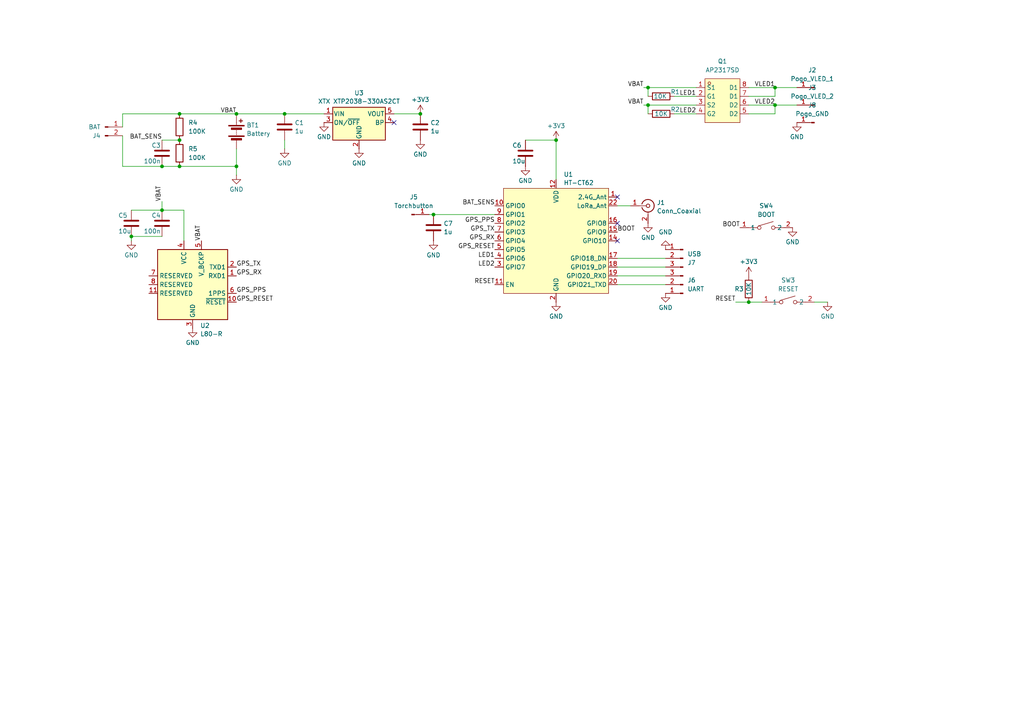
<source format=kicad_sch>
(kicad_sch (version 20250114) (generator "eeschema") (generator_version "9.0")
  (paper "A4")
  (lib_symbols
    (symbol "Connector:Conn_01x01_Pin" (pin_names (offset 1.016) (hide yes))
      (property "Reference" "J" (at 0 2.54 0))
      (property "Value" "Conn_01x01_Pin" (at 0 -2.54 0))
      (symbol "Conn_01x01_Pin_1_1"
        (rectangle (start 0.8636 0.127) (end 0 -0.127) (stroke (width 0.1524)) (fill (type outline)))
        (polyline (pts (xy 1.27 0) (xy 0.8636 0)) (stroke (width 0.1524)))
        (pin passive line (at 5.08 0 180) (length 3.81) (name "Pin_1") (number "1"))
      )
    )
    (symbol "Connector:Conn_01x02_Pin" (pin_names (offset 1.016) (hide yes))
      (property "Reference" "J" (at 0 2.54 0))
      (property "Value" "Conn_01x02_Pin" (at 0 -5.08 0))
      (symbol "Conn_01x02_Pin_1_1"
        (rectangle (start 0.8636 0.127) (end 0 -0.127) (stroke (width 0.1524)) (fill (type outline)))
        (rectangle (start 0.8636 -2.413) (end 0 -2.667) (stroke (width 0.1524)) (fill (type outline)))
        (polyline (pts (xy 1.27 0) (xy 0.8636 0)) (stroke (width 0.1524)))
        (polyline (pts (xy 1.27 -2.54) (xy 0.8636 -2.54)) (stroke (width 0.1524)))
        (pin passive line (at 5.08 0 180) (length 3.81) (name "Pin_1") (number "1"))
        (pin passive line (at 5.08 -2.54 180) (length 3.81) (name "Pin_2") (number "2"))
      )
    )
    (symbol "Connector:Conn_01x03_Pin" (pin_names (offset 1.016) (hide yes))
      (property "Reference" "J" (at 0 5.08 0))
      (property "Value" "Conn_01x03_Pin" (at 0 -5.08 0))
      (symbol "Conn_01x03_Pin_1_1"
        (rectangle (start 0.8636 2.667) (end 0 2.413) (stroke (width 0.1524)) (fill (type outline)))
        (rectangle (start 0.8636 0.127) (end 0 -0.127) (stroke (width 0.1524)) (fill (type outline)))
        (rectangle (start 0.8636 -2.413) (end 0 -2.667) (stroke (width 0.1524)) (fill (type outline)))
        (polyline (pts (xy 1.27 2.54) (xy 0.8636 2.54)) (stroke (width 0.1524)))
        (polyline (pts (xy 1.27 0) (xy 0.8636 0)) (stroke (width 0.1524)))
        (polyline (pts (xy 1.27 -2.54) (xy 0.8636 -2.54)) (stroke (width 0.1524)))
        (pin passive line (at 5.08 2.54 180) (length 3.81) (name "Pin_1") (number "1"))
        (pin passive line (at 5.08 0 180) (length 3.81) (name "Pin_2") (number "2"))
        (pin passive line (at 5.08 -2.54 180) (length 3.81) (name "Pin_3") (number "3"))
      )
    )
    (symbol "Connector:Conn_Coaxial" (pin_names (offset 1.016) (hide yes))
      (property "Reference" "J" (at 0.254 3.048 0))
      (property "Value" "Conn_Coaxial" (at 2.921 0 90))
      (symbol "Conn_Coaxial_0_1"
        (polyline (pts (xy -2.54 0) (xy -0.508 0)))
        (arc (start 1.778 0) (mid 0.222 -1.8079) (end -1.778 -0.508) (stroke (width 0.254)))
        (arc (start -1.778 0.508) (mid 0.2221 1.8084) (end 1.778 0) (stroke (width 0.254)))
        (circle (center 0 0) (radius 0.508) (stroke (width 0.2032)))
        (polyline (pts (xy 0 -2.54) (xy 0 -1.778)))
      )
      (symbol "Conn_Coaxial_1_1"
        (pin passive line (at -5.08 0 0) (length 2.54) (name "In") (number "1"))
        (pin passive line (at 0 -5.08 90) (length 2.54) (name "Ext") (number "2"))
      )
    )
    (symbol "Device:Battery" (pin_numbers (hide yes)) (pin_names (offset 0) (hide yes))
      (property "Reference" "BT" (at 2.54 2.54 0))
      (property "Value" "Battery" (at 2.54 0 0))
      (symbol "Battery_0_1"
        (rectangle (start -2.286 1.778) (end 2.286 1.524) (fill (type outline)))
        (rectangle (start -2.286 -1.27) (end 2.286 -1.524) (fill (type outline)))
        (rectangle (start -1.524 1.016) (end 1.524 0.508) (fill (type outline)))
        (rectangle (start -1.524 -2.032) (end 1.524 -2.54) (fill (type outline)))
        (polyline (pts (xy 0 1.778) (xy 0 2.54)))
        (polyline (pts (xy 0 0) (xy 0 0.254)))
        (polyline (pts (xy 0 -0.508) (xy 0 -0.254)))
        (polyline (pts (xy 0 -1.016) (xy 0 -0.762)))
        (polyline (pts (xy 0.762 3.048) (xy 1.778 3.048)) (stroke (width 0.254)))
        (polyline (pts (xy 1.27 3.556) (xy 1.27 2.54)) (stroke (width 0.254)))
      )
      (symbol "Battery_1_1"
        (pin passive line (at 0 5.08 270) (length 2.54) (name "+") (number "1"))
        (pin passive line (at 0 -5.08 90) (length 2.54) (name "-") (number "2"))
      )
    )
    (symbol "Device:C" (pin_numbers (hide yes)) (pin_names (offset 0.254))
      (property "Reference" "C" (at 0.635 2.54 0))
      (property "Value" "C" (at 0.635 -2.54 0))
      (symbol "C_0_1"
        (polyline (pts (xy -2.032 0.762) (xy 2.032 0.762)) (stroke (width 0.508)))
        (polyline (pts (xy -2.032 -0.762) (xy 2.032 -0.762)) (stroke (width 0.508)))
      )
      (symbol "C_1_1"
        (pin passive line (at 0 3.81 270) (length 2.794) (name "~") (number "1"))
        (pin passive line (at 0 -3.81 90) (length 2.794) (name "~") (number "2"))
      )
    )
    (symbol "Device:R" (pin_numbers (hide yes)) (pin_names (offset 0))
      (property "Reference" "R" (at 2.032 0 90))
      (property "Value" "R" (at 0 0 90))
      (symbol "R_0_1"
        (rectangle (start -1.016 -2.54) (end 1.016 2.54) (stroke (width 0.254)))
      )
      (symbol "R_1_1"
        (pin passive line (at 0 3.81 270) (length 1.27) (name "~") (number "1"))
        (pin passive line (at 0 -3.81 90) (length 1.27) (name "~") (number "2"))
      )
    )
    (symbol "EasyEDA:AP2317SD"
      (property "Reference" "Q" (at 0 8.89 0))
      (property "Value" "AP2317SD" (at 0 -8.89 0))
      (symbol "AP2317SD_0_1"
        (rectangle (start -5.08 6.35) (end 5.08 -6.35) (fill (type background)))
        (circle (center -3.81 5.08) (radius 0.38))
        (pin unspecified line (at -7.62 3.81 0) (length 2.54) (name "S1") (number "1"))
        (pin unspecified line (at -7.62 1.27 0) (length 2.54) (name "G1") (number "2"))
        (pin unspecified line (at -7.62 -1.27 0) (length 2.54) (name "S2") (number "3"))
        (pin unspecified line (at -7.62 -3.81 0) (length 2.54) (name "G2") (number "4"))
        (pin unspecified line (at 7.62 3.81 180) (length 2.54) (name "D1") (number "8"))
        (pin unspecified line (at 7.62 1.27 180) (length 2.54) (name "D1") (number "7"))
        (pin unspecified line (at 7.62 -1.27 180) (length 2.54) (name "D2") (number "6"))
        (pin unspecified line (at 7.62 -3.81 180) (length 2.54) (name "D2") (number "5"))
      )
    )
    (symbol "EasyEDA:TS-1088-AR02016"
      (property "Reference" "SW" (at 0 5.08 0))
      (property "Value" "TS-1088-AR02016" (at 0 -5.08 0))
      (symbol "TS-1088-AR02016_0_1"
        (polyline (pts (xy -5.08 0) (xy -2.54 0)))
        (polyline (pts (xy -2.29 0.51) (xy 2.03 1.78)))
        (circle (center -2.03 0) (radius 0.51))
        (circle (center 2.03 0) (radius 0.51))
        (polyline (pts (xy 5.08 0) (xy 2.54 0)))
        (pin unspecified line (at -7.62 0 0) (length 2.54) (name "1") (number "1"))
        (pin unspecified line (at 7.62 0 180) (length 2.54) (name "2") (number "2"))
      )
    )
    (symbol "RF_GPS:L80-R"
      (property "Reference" "U" (at -10.16 11.43 0))
      (property "Value" "L80-R" (at 10.16 11.43 0))
      (symbol "L80-R_0_1"
        (rectangle (start -10.16 10.16) (end 10.16 -10.16) (stroke (width 0.254)) (fill (type background)))
      )
      (symbol "L80-R_1_1"
        (pin passive line (at -12.7 2.54 0) (length 2.54) (name "RESERVED") (number "7"))
        (pin passive line (at -12.7 0 0) (length 2.54) (name "RESERVED") (number "8"))
        (pin passive line (at -12.7 -2.54 0) (length 2.54) (name "RESERVED") (number "11"))
        (pin power_in line (at -2.54 12.7 270) (length 2.54) (name "VCC") (number "4"))
        (pin passive line (at 0 -12.7 90) (length 2.54) (hide yes) (name "GND") (number "12"))
        (pin power_in line (at 0 -12.7 90) (length 2.54) (name "GND") (number "3"))
        (pin power_in line (at 2.54 12.7 270) (length 2.54) (name "V_BCKP") (number "5"))
        (pin no_connect line (at 10.16 0 180) (length 2.54) (hide yes) (name "NC") (number "9"))
        (pin output line (at 12.7 5.08 180) (length 2.54) (name "TXD1") (number "2"))
        (pin input line (at 12.7 2.54 180) (length 2.54) (name "RXD1") (number "1"))
        (pin output line (at 12.7 -2.54 180) (length 2.54) (name "1PPS") (number "6"))
        (pin input line (at 12.7 -5.08 180) (length 2.54) (name "~{RESET}") (number "10"))
      )
    )
    (symbol "RF_Module:HT-CT62"
      (property "Reference" "U" (at 0 0 0))
      (property "Value" "HT-CT62" (at 10.16 17.78 0))
      (symbol "HT-CT62_1_1"
        (rectangle (start -15.24 15.24) (end 15.24 -15.24) (fill (type background)))
        (pin bidirectional line (at -17.78 10.16 0) (length 2.54) (name "GPIO0") (number "10"))
        (pin bidirectional line (at -17.78 7.62 0) (length 2.54) (name "GPIO1") (number "9"))
        (pin bidirectional line (at -17.78 5.08 0) (length 2.54) (name "GPIO2") (number "8"))
        (pin bidirectional line (at -17.78 2.54 0) (length 2.54) (name "GPIO3") (number "7"))
        (pin bidirectional line (at -17.78 0 0) (length 2.54) (name "GPIO4") (number "6"))
        (pin bidirectional line (at -17.78 -2.54 0) (length 2.54) (name "GPIO5") (number "5"))
        (pin bidirectional line (at -17.78 -5.08 0) (length 2.54) (name "GPIO6") (number "4"))
        (pin bidirectional line (at -17.78 -7.62 0) (length 2.54) (name "GPIO7") (number "3"))
        (pin input line (at -17.78 -12.7 0) (length 2.54) (name "EN") (number "11"))
        (pin power_in line (at 0 17.78 270) (length 2.54) (name "VDD") (number "12"))
        (pin passive line (at 0 -17.78 90) (length 2.54) (hide yes) (name "GND") (number "13"))
        (pin power_in line (at 0 -17.78 90) (length 2.54) (name "GND") (number "2"))
        (pin passive line (at 0 -17.78 90) (length 2.54) (hide yes) (name "GND") (number "21"))
        (pin bidirectional line (at 17.78 12.7 180) (length 2.54) (name "2.4G_Ant") (number "1"))
        (pin bidirectional line (at 17.78 10.16 180) (length 2.54) (name "LoRa_Ant") (number "22"))
        (pin bidirectional line (at 17.78 5.08 180) (length 2.54) (name "GPIO8") (number "16"))
        (pin bidirectional line (at 17.78 2.54 180) (length 2.54) (name "GPIO9") (number "15"))
        (pin bidirectional line (at 17.78 0 180) (length 2.54) (name "GPIO10") (number "14"))
        (pin bidirectional line (at 17.78 -5.08 180) (length 2.54) (name "GPIO18_DN") (number "17"))
        (pin bidirectional line (at 17.78 -7.62 180) (length 2.54) (name "GPIO19_DP") (number "18"))
        (pin bidirectional line (at 17.78 -10.16 180) (length 2.54) (name "GPIO20_RXD") (number "19"))
        (pin bidirectional line (at 17.78 -12.7 180) (length 2.54) (name "GPIO21_TXD") (number "20"))
      )
    )
    (symbol "Regulator_Linear:LP2985-3.3" (pin_names (offset 0.254))
      (property "Reference" "U" (at -6.35 5.715 0))
      (property "Value" "LP2985-3.3" (at 0 5.715 0))
      (symbol "LP2985-3.3_0_1"
        (rectangle (start -7.62 -5.08) (end 7.62 4.445) (stroke (width 0.254)) (fill (type background)))
      )
      (symbol "LP2985-3.3_1_1"
        (pin power_in line (at -10.16 2.54 0) (length 2.54) (name "VIN") (number "1"))
        (pin input line (at -10.16 0 0) (length 2.54) (name "ON/~{OFF}") (number "3"))
        (pin power_in line (at 0 -7.62 90) (length 2.54) (name "GND") (number "2"))
        (pin power_out line (at 10.16 2.54 180) (length 2.54) (name "VOUT") (number "5"))
        (pin input line (at 10.16 0 180) (length 2.54) (name "BP") (number "4"))
      )
    )
    (symbol "power:+3V3" (power) (pin_numbers (hide yes)) (pin_names (offset 0) (hide yes))
      (property "Value" "+3V3" (at 0 3.556 0))
      (symbol "+3V3_0_1"
        (polyline (pts (xy -0.762 1.27) (xy 0 2.54)))
        (polyline (pts (xy 0 2.54) (xy 0.762 1.27)))
        (polyline (pts (xy 0 0) (xy 0 2.54)))
      )
      (symbol "+3V3_1_1"
        (pin power_in line (at 0 0 90) (length 0) (name "~") (number "1"))
      )
    )
    (symbol "power:GND" (power) (pin_numbers (hide yes)) (pin_names (offset 0) (hide yes))
      (property "Value" "GND" (at 0 -3.81 0))
      (symbol "GND_0_1"
        (polyline (pts (xy 0 0) (xy 0 -1.27) (xy 1.27 -1.27) (xy 0 -2.54) (xy -1.27 -1.27) (xy 0 -1.27)))
      )
      (symbol "GND_1_1"
        (pin power_in line (at 0 0 270) (length 0) (name "~") (number "1"))
      )
    )
  )
  (junction (at 187.96 30.48))
  (junction (at 68.58 33.02))
  (junction (at 46.99 48.26))
  (junction (at 121.92 33.02))
  (junction (at 52.07 48.26))
  (junction (at 125.73 62.23))
  (junction (at 217.17 87.63))
  (junction (at 46.99 60.96))
  (junction (at 161.29 40.64))
  (junction (at 38.1 68.58))
  (junction (at 82.55 33.02))
  (junction (at 224.79 25.4))
  (junction (at 52.07 33.02))
  (junction (at 68.58 48.26))
  (junction (at 187.96 25.4))
  (junction (at 52.07 40.64))
  (junction (at 224.79 30.48))
  (no_connect (at 179.07 64.77))
  (no_connect (at 179.07 57.15))
  (no_connect (at 114.3 35.56))
  (no_connect (at 179.07 69.85))
  (wire (pts (xy 38.1 68.58) (xy 46.99 68.58)))
  (wire (pts (xy 68.58 43.18) (xy 68.58 48.26)))
  (wire (pts (xy 179.07 82.55) (xy 193.04 82.55)))
  (wire (pts (xy 213.36 87.63) (xy 217.17 87.63)))
  (wire (pts (xy 52.07 48.26) (xy 46.99 48.26)))
  (wire (pts (xy 186.69 30.48) (xy 187.96 30.48)))
  (wire (pts (xy 187.96 25.4) (xy 201.93 25.4)))
  (wire (pts (xy 217.17 27.94) (xy 224.79 27.94)))
  (wire (pts (xy 114.3 33.02) (xy 121.92 33.02)))
  (wire (pts (xy 224.79 27.94) (xy 224.79 25.4)))
  (wire (pts (xy 179.07 74.93) (xy 193.04 74.93)))
  (wire (pts (xy 217.17 33.02) (xy 224.79 33.02)))
  (wire (pts (xy 53.34 60.96) (xy 46.99 60.96)))
  (wire (pts (xy 35.56 33.02) (xy 52.07 33.02)))
  (wire (pts (xy 186.69 25.4) (xy 187.96 25.4)))
  (wire (pts (xy 125.73 62.23) (xy 143.51 62.23)))
  (wire (pts (xy 46.99 58.42) (xy 46.99 60.96)))
  (wire (pts (xy 224.79 30.48) (xy 231.14 30.48)))
  (wire (pts (xy 220.98 87.63) (xy 217.17 87.63)))
  (wire (pts (xy 35.56 36.83) (xy 35.56 33.02)))
  (wire (pts (xy 82.55 43.18) (xy 82.55 40.64)))
  (wire (pts (xy 201.93 33.02) (xy 195.58 33.02)))
  (wire (pts (xy 217.17 25.4) (xy 224.79 25.4)))
  (wire (pts (xy 224.79 25.4) (xy 231.14 25.4)))
  (wire (pts (xy 38.1 69.85) (xy 38.1 68.58)))
  (wire (pts (xy 152.4 40.64) (xy 161.29 40.64)))
  (wire (pts (xy 46.99 48.26) (xy 35.56 48.26)))
  (wire (pts (xy 38.1 60.96) (xy 46.99 60.96)))
  (wire (pts (xy 124.46 62.23) (xy 125.73 62.23)))
  (wire (pts (xy 46.99 40.64) (xy 52.07 40.64)))
  (wire (pts (xy 179.07 59.69) (xy 182.88 59.69)))
  (wire (pts (xy 224.79 33.02) (xy 224.79 30.48)))
  (wire (pts (xy 68.58 48.26) (xy 52.07 48.26)))
  (wire (pts (xy 187.96 30.48) (xy 187.96 33.02)))
  (wire (pts (xy 187.96 25.4) (xy 187.96 27.94)))
  (wire (pts (xy 68.58 50.8) (xy 68.58 48.26)))
  (wire (pts (xy 179.07 77.47) (xy 193.04 77.47)))
  (wire (pts (xy 68.58 33.02) (xy 82.55 33.02)))
  (wire (pts (xy 53.34 69.85) (xy 53.34 60.96)))
  (wire (pts (xy 82.55 33.02) (xy 93.98 33.02)))
  (wire (pts (xy 217.17 30.48) (xy 224.79 30.48)))
  (wire (pts (xy 240.03 87.63) (xy 236.22 87.63)))
  (wire (pts (xy 201.93 27.94) (xy 195.58 27.94)))
  (wire (pts (xy 52.07 33.02) (xy 68.58 33.02)))
  (wire (pts (xy 179.07 80.01) (xy 193.04 80.01)))
  (wire (pts (xy 187.96 30.48) (xy 201.93 30.48)))
  (wire (pts (xy 35.56 48.26) (xy 35.56 39.37)))
  (wire (pts (xy 161.29 40.64) (xy 161.29 52.07)))
  (label "VBAT" (at 186.69 25.4 180))
  (label "LED2" (at 143.51 77.47 180))
  (label "VBAT" (at 46.99 58.42 90))
  (label "VBAT" (at 186.69 30.48 180))
  (label "BOOT" (at 179.07 67.31 0))
  (label "GPS_PPS" (at 68.58 85.09 0))
  (label "BOOT" (at 214.63 66.04 180))
  (label "GPS_RESET" (at 68.58 87.63 0))
  (label "LED1" (at 143.51 74.93 180))
  (label "VLED2" (at 224.79 30.48 180))
  (label "GPS_RESET" (at 143.51 72.39 180))
  (label "BAT_SENS" (at 46.99 40.64 180))
  (label "GPS_TX" (at 143.51 67.31 180))
  (label "BAT_SENS" (at 143.51 59.69 180))
  (label "LED1" (at 201.93 27.94 180))
  (label "VLED1" (at 224.79 25.4 180))
  (label "VBAT" (at 68.58 33.02 180))
  (label "VBAT" (at 58.42 69.85 90))
  (label "RESET" (at 213.36 87.63 180))
  (label "LED2" (at 201.93 33.02 180))
  (label "RESET" (at 143.51 82.55 180))
  (label "GPS_TX" (at 68.58 77.47 0))
  (label "GPS_PPS" (at 143.51 64.77 180))
  (label "GPS_RX" (at 68.58 80.01 0))
  (label "GPS_RX" (at 143.51 69.85 180))
  (symbol (lib_id "power:GND") (at 231.14 35.56 0) (unit 1)
    (property "Reference" "#PWR019" (effects (hide yes)))
    (property "Value" "GND" (at 231.14 39.6931 0))
    (property "Description" "Power symbol creates a global label with name \"GND\" , ground" (effects (hide yes)))
  )
  (symbol (lib_id "power:GND") (at 82.55 43.18 0) (unit 1)
    (property "Reference" "#PWR04" (effects (hide yes)))
    (property "Value" "GND" (at 82.55 47.3131 0))
    (property "Description" "Power symbol creates a global label with name \"GND\" , ground" (effects (hide yes)))
  )
  (symbol (lib_id "power:GND") (at 104.14 43.18 0) (unit 1)
    (property "Reference" "#PWR02" (effects (hide yes)))
    (property "Value" "GND" (at 104.14 47.3131 0))
    (property "Description" "Power symbol creates a global label with name \"GND\" , ground" (effects (hide yes)))
  )
  (symbol (lib_id "Device:R") (at 191.77 33.02 90) (unit 1)
    (property "Reference" "R2" (at 195.834 31.75 90))
    (property "Value" "10K" (at 191.77 33.02 90))
    (property "Footprint" "Resistor_SMD:R_0603_1608Metric_Pad0.98x0.95mm_HandSolder" (effects (hide yes)))
    (property "Description" "Resistor" (effects (hide yes)))
  )
  (symbol (lib_id "power:GND") (at 121.92 40.64 0) (unit 1)
    (property "Reference" "#PWR06" (effects (hide yes)))
    (property "Value" "GND" (at 121.92 44.7731 0))
    (property "Description" "Power symbol creates a global label with name \"GND\" , ground" (effects (hide yes)))
  )
  (symbol (lib_id "EasyEDA:TS-1088-AR02016") (at 222.25 66.04 0) (unit 1)
    (property "Reference" "SW4" (at 222.25 59.69 0))
    (property "Value" "BOOT" (at 222.25 62.23 0))
    (property "Footprint" "EasyEDA:SW-SMD_L3.9-W3.0-P4.45" (effects (hide yes)))
    (property "Datasheet" "https://lcsc.com/product-detail/Tactile-Switches_XUNPU-TS-1088-AR02016_C720477.html" (effects (hide yes)))
    (property "LCSC Part" "C720477" (effects (hide yes)))
  )
  (symbol (lib_id "Connector:Conn_01x01_Pin") (at 119.38 62.23 0) (unit 1)
    (property "Reference" "J5" (at 120.015 57.15 0))
    (property "Value" "Torchbutton" (at 120.015 59.69 0))
    (property "Footprint" "hacrafu:Tochbutton GND" (effects (hide yes)))
    (property "Description" "Generic connector, single row, 01x01, script generated" (effects (hide yes)))
  )
  (symbol (lib_id "Connector:Conn_01x01_Pin") (at 236.22 35.56 180) (unit 1)
    (property "Reference" "J8" (at 235.585 30.48 0))
    (property "Value" "Pogo_GND" (at 235.585 33.02 0))
    (property "Footprint" "TestPoint:TestPoint_Pad_3.0x3.0mm" (effects (hide yes)))
    (property "Description" "Generic connector, single row, 01x01, script generated" (effects (hide yes)))
  )
  (symbol (lib_id "power:GND") (at 240.03 87.63 0) (unit 1)
    (property "Reference" "#PWR014" (effects (hide yes)))
    (property "Value" "GND" (at 240.03 91.7631 0))
    (property "Description" "Power symbol creates a global label with name \"GND\" , ground" (effects (hide yes)))
  )
  (symbol (lib_id "power:GND") (at 152.4 48.26 0) (unit 1)
    (property "Reference" "#PWR018" (effects (hide yes)))
    (property "Value" "GND" (at 152.4 52.3931 0))
    (property "Description" "Power symbol creates a global label with name \"GND\" , ground" (effects (hide yes)))
  )
  (symbol (lib_id "Device:C") (at 82.55 36.83 0) (unit 1)
    (property "Reference" "C1" (at 85.471 35.6178 0) (effects (justify left)))
    (property "Value" "1u" (at 85.471 38.0421 0) (effects (justify left)))
    (property "Footprint" "Capacitor_SMD:C_0603_1608Metric_Pad1.08x0.95mm_HandSolder" (effects (hide yes)))
    (property "Description" "Unpolarized capacitor" (effects (hide yes)))
  )
  (symbol (lib_id "Device:C") (at 125.73 66.04 0) (unit 1)
    (property "Reference" "C7" (at 128.651 64.8278 0) (effects (justify left)))
    (property "Value" "1u" (at 128.651 67.2521 0) (effects (justify left)))
    (property "Footprint" "Capacitor_SMD:C_0603_1608Metric_Pad1.08x0.95mm_HandSolder" (effects (hide yes)))
    (property "Description" "Unpolarized capacitor" (effects (hide yes)))
  )
  (symbol (lib_id "power:GND") (at 193.04 72.39 180) (unit 1)
    (property "Reference" "#PWR011" (effects (hide yes)))
    (property "Value" "GND" (at 193.04 67.31 0))
    (property "Description" "Power symbol creates a global label with name \"GND\" , ground" (effects (hide yes)))
  )
  (symbol (lib_id "Device:C") (at 46.99 44.45 0) (unit 1)
    (property "Reference" "C3" (at 43.942 42.164 0) (effects (justify left)))
    (property "Value" "100n" (at 41.656 46.736 0) (effects (justify left)))
    (property "Footprint" "Capacitor_SMD:C_0603_1608Metric_Pad1.08x0.95mm_HandSolder" (effects (hide yes)))
    (property "Description" "Unpolarized capacitor" (effects (hide yes)))
  )
  (symbol (lib_id "Device:C") (at 38.1 64.77 0) (unit 1)
    (property "Reference" "C5" (at 34.29 62.484 0) (effects (justify left)))
    (property "Value" "10u" (at 34.29 67.056 0) (effects (justify left)))
    (property "Footprint" "Capacitor_SMD:C_0603_1608Metric_Pad1.08x0.95mm_HandSolder" (effects (hide yes)))
    (property "Description" "Unpolarized capacitor" (effects (hide yes)))
  )
  (symbol (lib_id "power:GND") (at 229.87 66.04 0) (unit 1)
    (property "Reference" "#PWR013" (effects (hide yes)))
    (property "Value" "GND" (at 229.87 70.1731 0))
    (property "Description" "Power symbol creates a global label with name \"GND\" , ground" (effects (hide yes)))
  )
  (symbol (lib_id "power:GND") (at 161.29 87.63 0) (unit 1)
    (property "Reference" "#PWR012" (effects (hide yes)))
    (property "Value" "GND" (at 161.29 91.7631 0))
    (property "Description" "Power symbol creates a global label with name \"GND\" , ground" (effects (hide yes)))
  )
  (symbol (lib_id "Device:R") (at 52.07 44.45 0) (unit 1)
    (property "Reference" "R5" (at 54.61 43.1799 0) (effects (justify left)))
    (property "Value" "100K" (at 54.61 45.7199 0) (effects (justify left)))
    (property "Footprint" "Resistor_SMD:R_0603_1608Metric_Pad0.98x0.95mm_HandSolder" (effects (hide yes)))
    (property "Description" "Resistor" (effects (hide yes)))
  )
  (symbol (lib_id "Device:R") (at 217.17 83.82 180) (unit 1)
    (property "Reference" "R3" (at 214.376 83.82 0))
    (property "Value" "10K" (at 217.17 83.82 90))
    (property "Footprint" "Resistor_SMD:R_0603_1608Metric_Pad0.98x0.95mm_HandSolder" (effects (hide yes)))
    (property "Description" "Resistor" (effects (hide yes)))
  )
  (symbol (lib_id "Connector:Conn_01x01_Pin") (at 236.22 30.48 180) (unit 1)
    (property "Reference" "J3" (at 235.585 25.4 0))
    (property "Value" "Pogo_VLED_2" (at 235.585 27.94 0))
    (property "Footprint" "TestPoint:TestPoint_Pad_3.0x3.0mm" (effects (hide yes)))
    (property "Description" "Generic connector, single row, 01x01, script generated" (effects (hide yes)))
  )
  (symbol (lib_id "power:GND") (at 187.96 64.77 0) (unit 1)
    (property "Reference" "#PWR07" (effects (hide yes)))
    (property "Value" "GND" (at 187.96 68.9031 0))
    (property "Description" "Power symbol creates a global label with name \"GND\" , ground" (effects (hide yes)))
  )
  (symbol (lib_id "Device:C") (at 121.92 36.83 0) (unit 1)
    (property "Reference" "C2" (at 124.841 35.6178 0) (effects (justify left)))
    (property "Value" "1u" (at 124.841 38.0421 0) (effects (justify left)))
    (property "Footprint" "Capacitor_SMD:C_0603_1608Metric_Pad1.08x0.95mm_HandSolder" (effects (hide yes)))
    (property "Description" "Unpolarized capacitor" (effects (hide yes)))
  )
  (symbol (lib_id "Connector:Conn_01x03_Pin") (at 198.12 74.93 0) (mirror y) (unit 1)
    (property "Reference" "J7" (at 199.39 76.2001 0) (effects (justify right)))
    (property "Value" "USB" (at 199.39 73.6601 0) (effects (justify right)))
    (property "Footprint" "Connector_PinHeader_2.54mm:PinHeader_1x03_P2.54mm_Vertical" (effects (hide yes)))
    (property "Description" "Generic connector, single row, 01x03, script generated" (effects (hide yes)))
  )
  (symbol (lib_id "power:GND") (at 93.98 35.56 0) (unit 1)
    (property "Reference" "#PWR03" (effects (hide yes)))
    (property "Value" "GND" (at 93.98 39.6931 0))
    (property "Description" "Power symbol creates a global label with name \"GND\" , ground" (effects (hide yes)))
  )
  (symbol (lib_id "power:GND") (at 125.73 69.85 0) (unit 1)
    (property "Reference" "#PWR09" (effects (hide yes)))
    (property "Value" "GND" (at 125.73 73.9831 0))
    (property "Description" "Power symbol creates a global label with name \"GND\" , ground" (effects (hide yes)))
  )
  (symbol (lib_id "Connector:Conn_01x01_Pin") (at 236.22 25.4 180) (unit 1)
    (property "Reference" "J2" (at 235.585 20.32 0))
    (property "Value" "Pogo_VLED_1" (at 235.585 22.86 0))
    (property "Footprint" "TestPoint:TestPoint_Pad_3.0x3.0mm" (effects (hide yes)))
    (property "Description" "Generic connector, single row, 01x01, script generated" (effects (hide yes)))
  )
  (symbol (lib_id "Connector:Conn_Coaxial") (at 187.96 59.69 0) (unit 1)
    (property "Reference" "J1" (at 190.5001 58.771 0) (effects (justify left)))
    (property "Value" "Conn_Coaxial" (at 190.5001 61.1953 0) (effects (justify left)))
    (property "Footprint" "Connector_Coaxial:SMA_Amphenol_132289_EdgeMount" (effects (hide yes)))
    (property "Description" "coaxial connector (BNC, SMA, SMB, SMC, Cinch/RCA, LEMO, ...)" (effects (hide yes)))
  )
  (symbol (lib_id "EasyEDA:AP2317SD") (at 209.55 29.21 0) (unit 1)
    (property "Reference" "Q1" (at 209.55 17.78 0))
    (property "Value" "AP2317SD" (at 209.55 20.32 0))
    (property "Footprint" "EasyEDA:SOP-8_L4.9-W3.9-P1.27-LS6.0-BL" (effects (hide yes)))
    (property "LCSC Part" "C5443692" (effects (hide yes)))
  )
  (symbol (lib_id "power:+3V3") (at 217.17 80.01 0) (unit 1)
    (property "Reference" "#PWR015" (effects (hide yes)))
    (property "Value" "+3V3" (at 217.17 75.8769 0))
    (property "Description" "Power symbol creates a global label with name \"+3V3\"" (effects (hide yes)))
  )
  (symbol (lib_id "EasyEDA:TS-1088-AR02016") (at 228.6 87.63 0) (unit 1)
    (property "Reference" "SW3" (at 228.6 81.28 0))
    (property "Value" "RESET" (at 228.6 83.82 0))
    (property "Footprint" "EasyEDA:SW-SMD_L3.9-W3.0-P4.45" (effects (hide yes)))
    (property "Datasheet" "https://lcsc.com/product-detail/Tactile-Switches_XUNPU-TS-1088-AR02016_C720477.html" (effects (hide yes)))
    (property "LCSC Part" "C720477" (effects (hide yes)))
  )
  (symbol (lib_id "power:GND") (at 38.1 69.85 0) (unit 1)
    (property "Reference" "#PWR017" (effects (hide yes)))
    (property "Value" "GND" (at 38.1 73.9831 0))
    (property "Description" "Power symbol creates a global label with name \"GND\" , ground" (effects (hide yes)))
  )
  (symbol (lib_id "Device:R") (at 52.07 36.83 0) (unit 1)
    (property "Reference" "R4" (at 54.61 35.5599 0) (effects (justify left)))
    (property "Value" "100K" (at 54.61 38.0999 0) (effects (justify left)))
    (property "Footprint" "Resistor_SMD:R_0603_1608Metric_Pad0.98x0.95mm_HandSolder" (effects (hide yes)))
    (property "Description" "Resistor" (effects (hide yes)))
  )
  (symbol (lib_id "power:GND") (at 55.88 95.25 0) (unit 1)
    (property "Reference" "#PWR016" (effects (hide yes)))
    (property "Value" "GND" (at 55.88 99.3831 0))
    (property "Description" "Power symbol creates a global label with name \"GND\" , ground" (effects (hide yes)))
  )
  (symbol (lib_id "Connector:Conn_01x03_Pin") (at 198.12 82.55 180) (unit 1)
    (property "Reference" "J6" (at 199.39 81.2799 0) (effects (justify right)))
    (property "Value" "UART" (at 199.39 83.8199 0) (effects (justify right)))
    (property "Footprint" "Connector_PinHeader_2.54mm:PinHeader_1x03_P2.54mm_Vertical" (effects (hide yes)))
    (property "Description" "Generic connector, single row, 01x03, script generated" (effects (hide yes)))
  )
  (symbol (lib_id "Regulator_Linear:LP2985-3.3") (at 104.14 35.56 0) (unit 1)
    (property "Reference" "U3" (at 104.14 26.9705 0))
    (property "Value" "XTX XTP2038-330AS2CT" (at 104.14 29.3948 0))
    (property "Footprint" "Package_TO_SOT_SMD:SOT-23-5_HandSoldering" (effects (hide yes)))
    (property "Datasheet" "https://www.lcsc.com/datasheet/lcsc_datasheet_2410122011_XTX-XTP2038-330AS2CT_C7422361.pdf" (effects (hide yes)))
    (property "Description" "500mA Fixed 3.3V 5.5V SOT-23-5 Voltage Regulators - Linear, Low Drop Out (LDO) Regulators ROHS" (effects (hide yes)))
  )
  (symbol (lib_id "Device:Battery") (at 68.58 38.1 0) (unit 1)
    (property "Reference" "BT1" (at 71.501 36.3163 0) (effects (justify left)))
    (property "Value" "Battery" (at 71.501 38.7406 0) (effects (justify left)))
    (property "Footprint" "hacrafu:Battery 230525" (effects (hide yes)))
    (property "Description" "Multiple-cell battery" (effects (hide yes)))
  )
  (symbol (lib_id "power:GND") (at 193.04 85.09 0) (unit 1)
    (property "Reference" "#PWR010" (effects (hide yes)))
    (property "Value" "GND" (at 193.04 89.2231 0))
    (property "Description" "Power symbol creates a global label with name \"GND\" , ground" (effects (hide yes)))
  )
  (symbol (lib_id "Connector:Conn_01x02_Pin") (at 30.48 36.83 0) (unit 1)
    (property "Reference" "J4" (at 29.21 39.3701 0) (effects (justify right)))
    (property "Value" "BAT" (at 29.21 36.8301 0) (effects (justify right)))
    (property "Footprint" "Connector_JST:JST_XH_B2B-XH-A_1x02_P2.50mm_Vertical" (effects (hide yes)))
    (property "Description" "Generic connector, single row, 01x02, script generated" (effects (hide yes)))
  )
  (symbol (lib_id "power:GND") (at 68.58 50.8 0) (unit 1)
    (property "Reference" "#PWR01" (effects (hide yes)))
    (property "Value" "GND" (at 68.58 54.9331 0))
    (property "Description" "Power symbol creates a global label with name \"GND\" , ground" (effects (hide yes)))
  )
  (symbol (lib_id "Device:R") (at 191.77 27.94 90) (unit 1)
    (property "Reference" "R1" (at 195.834 26.67 90))
    (property "Value" "10K" (at 191.516 27.94 90))
    (property "Footprint" "Resistor_SMD:R_0603_1608Metric_Pad0.98x0.95mm_HandSolder" (effects (hide yes)))
    (property "Description" "Resistor" (effects (hide yes)))
  )
  (symbol (lib_id "Device:C") (at 46.99 64.77 0) (unit 1)
    (property "Reference" "C4" (at 43.942 62.484 0) (effects (justify left)))
    (property "Value" "100n" (at 41.656 67.056 0) (effects (justify left)))
    (property "Footprint" "Capacitor_SMD:C_0603_1608Metric_Pad1.08x0.95mm_HandSolder" (effects (hide yes)))
    (property "Description" "Unpolarized capacitor" (effects (hide yes)))
  )
  (symbol (lib_id "RF_GPS:L80-R") (at 55.88 82.55 0) (unit 1)
    (property "Reference" "U2" (at 58.0741 94.4301 0) (effects (justify left)))
    (property "Value" "L80-R" (at 58.0741 96.8544 0) (effects (justify left)))
    (property "Footprint" "RF_GPS:Quectel_L80-R" (effects (hide yes)))
    (property "Datasheet" "https://www.quectel.com/UploadImage/Downlad/Quectel_L80-R_Hardware_Design_V1.2.pdf" (effects (hide yes)))
    (property "Description" "Quectel GPS Module" (effects (hide yes)))
  )
  (symbol (lib_id "Device:C") (at 152.4 44.45 0) (unit 1)
    (property "Reference" "C6" (at 148.59 42.164 0) (effects (justify left)))
    (property "Value" "10u" (at 148.59 46.736 0) (effects (justify left)))
    (property "Footprint" "Capacitor_SMD:C_0603_1608Metric_Pad1.08x0.95mm_HandSolder" (effects (hide yes)))
    (property "Description" "Unpolarized capacitor" (effects (hide yes)))
  )
  (symbol (lib_id "power:+3V3") (at 121.92 33.02 0) (unit 1)
    (property "Reference" "#PWR05" (effects (hide yes)))
    (property "Value" "+3V3" (at 121.92 28.8869 0))
    (property "Description" "Power symbol creates a global label with name \"+3V3\"" (effects (hide yes)))
  )
  (symbol (lib_id "power:+3V3") (at 161.29 40.64 0) (unit 1)
    (property "Reference" "#PWR08" (effects (hide yes)))
    (property "Value" "+3V3" (at 161.29 36.5069 0))
    (property "Description" "Power symbol creates a global label with name \"+3V3\"" (effects (hide yes)))
  )
  (symbol (lib_id "RF_Module:HT-CT62") (at 161.29 69.85 0) (unit 1)
    (property "Reference" "U1" (at 163.4841 50.5925 0) (effects (justify left)))
    (property "Value" "HT-CT62" (at 163.4841 53.0168 0) (effects (justify left)))
    (property "Footprint" "RF_Module:Heltec_HT-CT62" (effects (hide yes)))
    (property "Datasheet" "https://resource.heltec.cn/download/HT-CT62/HT-CT62(Rev1.1).pdf" (effects (hide yes)))
    (property "Description" "LoRa/LoRaWAN node module with ESP32-C3 and SX1262" (effects (hide yes)))
  )
)
</source>
